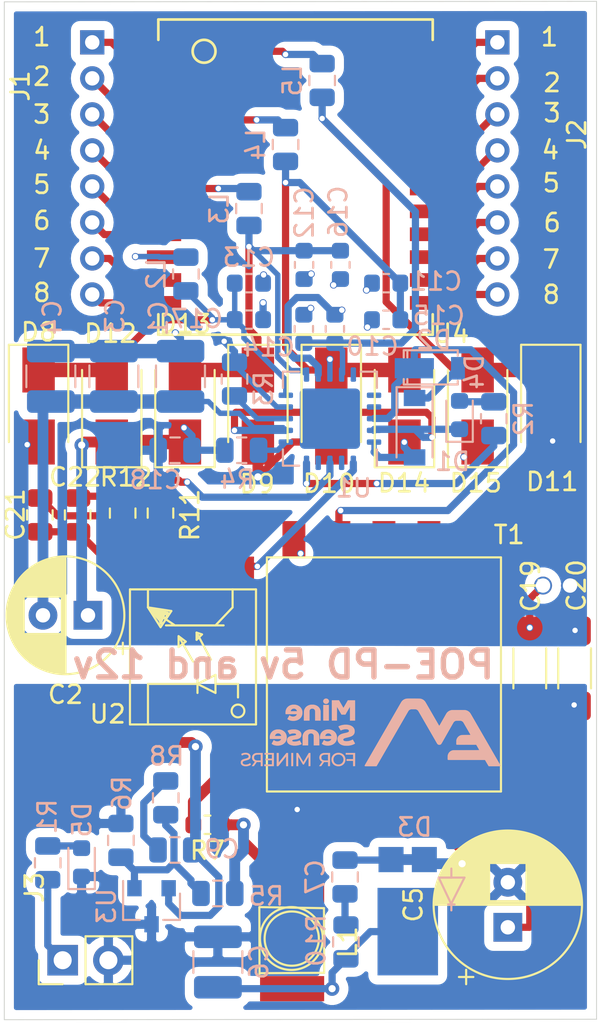
<source format=kicad_pcb>
(kicad_pcb (version 20171130) (host pcbnew "(5.1.4-0-10_14)")
  (layers (0 F.Cu power) (1 In1.Cu power) (2 In2.Cu power) (31 B.Cu power) (34 B.Paste user) (35 F.Paste user) (36 B.SilkS user) (37 F.SilkS user) (38 B.Mask user) (39 F.Mask user) (44 Edge.Cuts user))
  (net 0 "")
  (net 1 FB)
  (net 2 HSO)
  (net 3 OUTPUT)
  (net 4 GNDPWR)
  (net 5 "Net-(C6-Pad1)")
  (net 6 "Net-(C7-Pad1)")
  (net 7 "Net-(C7-Pad2)")
  (net 8 "Net-(C9-Pad1)")
  (net 9 "Net-(C9-Pad2)")
  (net 10 OR)
  (net 11 GREEN)
  (net 12 BLU)
  (net 13 BRO)
  (net 14 GND)
  (net 15 "Net-(C21-Pad2)")
  (net 16 "Net-(C21-Pad1)")
  (net 17 VDD)
  (net 18 "Net-(D1-Pad1)")
  (net 19 "Net-(D4-Pad2)")
  (net 20 "Net-(D5-Pad2)")
  (net 21 "Net-(J1-Pad8)")
  (net 22 "Net-(J1-Pad7)")
  (net 23 "Net-(J1-Pad6)")
  (net 24 "Net-(J1-Pad5)")
  (net 25 "Net-(J1-Pad4)")
  (net 26 "Net-(J1-Pad3)")
  (net 27 "Net-(J1-Pad2)")
  (net 28 "Net-(J1-Pad1)")
  (net 29 "Net-(J2-Pad1)")
  (net 30 "Net-(J2-Pad2)")
  (net 31 "Net-(J2-Pad3)")
  (net 32 "Net-(J2-Pad4)")
  (net 33 "Net-(J2-Pad5)")
  (net 34 "Net-(J2-Pad6)")
  (net 35 "Net-(J2-Pad7)")
  (net 36 "Net-(J2-Pad8)")
  (net 37 "Net-(L2-Pad1)")
  (net 38 "Net-(L3-Pad1)")
  (net 39 "Net-(L4-Pad1)")
  (net 40 "Net-(L5-Pad1)")
  (net 41 NPLOSS)
  (net 42 "Net-(R3-Pad1)")
  (net 43 "Net-(R4-Pad1)")
  (net 44 "Net-(R5-Pad2)")
  (net 45 "Net-(R7-Pad2)")
  (net 46 EROUT)
  (net 47 SWO)
  (net 48 "Net-(T1-Pad3)")
  (net 49 "Net-(T1-Pad4)")
  (net 50 "Net-(T1-Pad5)")
  (net 51 "Net-(T1-Pad6)")
  (net 52 "Net-(U1-Pad2)")
  (net 53 "Net-(U1-Pad4)")
  (net 54 "Net-(U1-Pad15)")
  (net 55 "Net-(U1-Pad16)")
  (net 56 "Net-(U1-Pad17)")
  (net 57 "Net-(U4-Pad15)")
  (net 58 "Net-(U4-Pad18)")
  (net 59 "Net-(U4-Pad21)")
  (net 60 "Net-(U4-Pad24)")
  (module Maykol:MS4M_15x5 (layer B.Cu) (at 178.4604 125.0188 180)
    (fp_text reference G*** hide)
    (fp_text value LOGO hide)
  )
  (module "Custom:B8B-PH-K-S(LF)(SN)" (layer F.Cu) (at 185.6 95.504)
    (fp_text reference J2 (at 4.3158 -3.683 90) (layer F.SilkS))
    (fp_text value Conn_01x08_Male)
    (fp_text user 1 (at 2.7918 -9.0932) (layer F.SilkS))
    (fp_text user 2 (at 2.9442 -6.5532) (layer F.SilkS))
    (fp_text user 3 (at 2.9442 -4.8768) (layer F.SilkS))
    (fp_text user 4 (at 2.8426 -2.8194) (layer F.SilkS))
    (fp_text user 5 (at 2.8934 -0.9906) (layer F.SilkS))
    (fp_text user 6 (at 2.9442 1.2192) (layer F.SilkS))
    (fp_text user 7 (at 2.8934 3.2512) (layer F.SilkS))
    (fp_text user 8 (at 2.8934 5.207) (layer F.SilkS))
    (pad 1 thru_hole rect (at -0.1 -8.8) (size 1.35 1.35) (drill 0.8) (layers *.Cu *.Mask) (net 29 "Net-(J2-Pad1)"))
    (pad 2 thru_hole oval (at -0.1 -6.8) (size 1.35 1.35) (drill 0.8) (layers *.Cu *.Mask) (net 30 "Net-(J2-Pad2)"))
    (pad 3 thru_hole oval (at -0.1 -4.8) (size 1.35 1.35) (drill 0.8) (layers *.Cu *.Mask) (net 31 "Net-(J2-Pad3)"))
    (pad 4 thru_hole oval (at -0.1 -2.8) (size 1.35 1.35) (drill 0.8) (layers *.Cu *.Mask) (net 32 "Net-(J2-Pad4)"))
    (pad 5 thru_hole oval (at -0.1 -0.8) (size 1.35 1.35) (drill 0.8) (layers *.Cu *.Mask) (net 33 "Net-(J2-Pad5)"))
    (pad 6 thru_hole oval (at -0.1 1.2) (size 1.35 1.35) (drill 0.8) (layers *.Cu *.Mask) (net 34 "Net-(J2-Pad6)"))
    (pad 7 thru_hole oval (at -0.1 3.2) (size 1.35 1.35) (drill 0.8) (layers *.Cu *.Mask) (net 35 "Net-(J2-Pad7)"))
    (pad 8 thru_hole oval (at -0.1 5.2) (size 1.35 1.35) (drill 0.8) (layers *.Cu *.Mask) (net 36 "Net-(J2-Pad8)"))
  )
  (module "Custom:B8B-PH-K-S(LF)(SN)" (layer F.Cu) (at 163.2 95.504)
    (fp_text reference J1 (at -4.196 -6.3754 90) (layer F.SilkS))
    (fp_text value Conn_01x08_Male)
    (fp_text user 1 (at -3 -9.1) (layer F.SilkS))
    (fp_text user 2 (at -3 -6.9) (layer F.SilkS))
    (fp_text user 3 (at -3 -4.8) (layer F.SilkS))
    (fp_text user 4 (at -3 -2.8) (layer F.SilkS))
    (fp_text user 5 (at -3 -0.9) (layer F.SilkS))
    (fp_text user 6 (at -3 1.1) (layer F.SilkS))
    (fp_text user 7 (at -3 3.2) (layer F.SilkS))
    (fp_text user 8 (at -3 5.1) (layer F.SilkS))
    (pad 1 thru_hole rect (at -0.2 -8.8) (size 1.35 1.35) (drill 0.8) (layers *.Cu *.Mask) (net 28 "Net-(J1-Pad1)"))
    (pad 2 thru_hole oval (at -0.2 -6.8) (size 1.35 1.35) (drill 0.8) (layers *.Cu *.Mask) (net 27 "Net-(J1-Pad2)"))
    (pad 3 thru_hole oval (at -0.2 -4.8) (size 1.35 1.35) (drill 0.8) (layers *.Cu *.Mask) (net 26 "Net-(J1-Pad3)"))
    (pad 4 thru_hole oval (at -0.2 -2.8) (size 1.35 1.35) (drill 0.8) (layers *.Cu *.Mask) (net 25 "Net-(J1-Pad4)"))
    (pad 5 thru_hole oval (at -0.2 -0.8) (size 1.35 1.35) (drill 0.8) (layers *.Cu *.Mask) (net 24 "Net-(J1-Pad5)"))
    (pad 6 thru_hole oval (at -0.2 1.2) (size 1.35 1.35) (drill 0.8) (layers *.Cu *.Mask) (net 23 "Net-(J1-Pad6)"))
    (pad 7 thru_hole oval (at -0.2 3.2) (size 1.35 1.35) (drill 0.8) (layers *.Cu *.Mask) (net 22 "Net-(J1-Pad7)"))
    (pad 8 thru_hole oval (at -0.2 5.2) (size 1.35 1.35) (drill 0.8) (layers *.Cu *.Mask) (net 21 "Net-(J1-Pad8)"))
  )
  (module Custom:VO618A-3X017T (layer F.Cu) (at 171.0944 125.5776 90)
    (fp_text reference U2 (at 1.5748 -7.239 180) (layer F.SilkS))
    (fp_text value SFH617A-2X009T)
    (pad 1 smd rect (at 0 0 90) (size 1.52 1.78) (layers F.Cu F.Paste F.Mask) (net 45 "Net-(R7-Pad2)"))
    (pad 2 smd rect (at 0 -5.08 90) (size 1.52 1.78) (layers F.Cu F.Paste F.Mask) (net 8 "Net-(C9-Pad1)"))
    (pad 3 smd rect (at 9.56 -5.08 90) (size 1.52 1.78) (layers F.Cu F.Paste F.Mask) (net 15 "Net-(C21-Pad2)"))
    (pad 4 smd rect (at 9.56 0 90) (size 1.52 1.78) (layers F.Cu F.Paste F.Mask) (net 46 EROUT))
  )
  (module Custom:FA2924-ALD (layer F.Cu) (at 174.2 114.3 270)
    (fp_text reference T1 (at -0.254 -11.9566) (layer F.SilkS))
    (fp_text value FA2924-AL)
    (pad 1 smd rect (at 0 0 270) (size 2.03 1.27) (layers F.Cu F.Paste F.Mask) (net 1 FB))
    (pad 2 smd rect (at 0 -2.5 270) (size 2.03 1.27) (layers F.Cu F.Paste F.Mask) (net 47 SWO))
    (pad 3 smd rect (at 0 -5 270) (size 2.03 1.27) (layers F.Cu F.Paste F.Mask) (net 48 "Net-(T1-Pad3)"))
    (pad 4 smd rect (at 0 -7.5 270) (size 2.03 1.27) (layers F.Cu F.Paste F.Mask) (net 49 "Net-(T1-Pad4)"))
    (pad 5 smd rect (at 0 -10 270) (size 2.03 1.27) (layers F.Cu F.Paste F.Mask) (net 50 "Net-(T1-Pad5)"))
    (pad 10 smd rect (at 15 0 270) (size 2.03 1.27) (layers F.Cu F.Paste F.Mask) (net 4 GNDPWR))
    (pad 9 smd rect (at 15 -2.5 270) (size 2.03 1.27) (layers F.Cu F.Paste F.Mask) (net 4 GNDPWR))
    (pad 8 smd rect (at 15 -5 90) (size 2.03 1.27) (layers F.Cu F.Paste F.Mask) (net 6 "Net-(C7-Pad1)"))
    (pad 7 smd rect (at 15 -7.5 270) (size 2.03 1.27) (layers F.Cu F.Paste F.Mask) (net 6 "Net-(C7-Pad1)"))
    (pad 6 smd rect (at 15 -10 270) (size 2.03 1.27) (layers F.Cu F.Paste F.Mask) (net 51 "Net-(T1-Pad6)"))
  )
  (module "Custom:B02B-XASK-1(LF)(SN)" (layer F.Cu) (at 162.3568 137.668 90)
    (fp_text reference J3 (at 4.0386 -2.5654 90) (layer F.SilkS))
    (fp_text value Conn_01x02_Male)
    (pad 1 thru_hole rect (at 0 -1 90) (size 1.7 1.7) (drill 1) (layers *.Cu *.Mask) (net 3 OUTPUT))
    (pad 2 thru_hole oval (at 0 1.54 90) (size 1.7 1.7) (drill 1) (layers *.Cu *.Mask) (net 4 GNDPWR))
  )
  (module Custom:POWERDI-5 (layer B.Cu) (at 180.594 132.08)
    (fp_text reference D3 (at 0.31 -1.8 180) (layer B.SilkS) (effects (justify mirror)))
    (fp_text value PDS1040)
    (pad 2 smd rect (at -0.07 4) (size 3.36 4.86) (layers B.Cu B.Paste B.Mask) (net 5 "Net-(C6-Pad1)"))
    (pad 1 smd rect (at -1 0) (size 1.39 1.4) (layers B.Cu B.Paste B.Mask) (net 6 "Net-(C7-Pad1)"))
    (pad 1 smd rect (at 0.85 0) (size 1.39 1.4) (layers B.Cu B.Paste B.Mask) (net 6 "Net-(C7-Pad1)"))
  )
  (module Custom:DO1608C-102MLC (layer F.Cu) (at 174.1 139.248 90)
    (fp_text reference L1 (at 2.58 3.09 270) (layer F.SilkS))
    (fp_text value 1uH)
    (pad 1 smd rect (at 0 0 90) (size 1.4 3.56) (layers F.Cu F.Paste F.Mask) (net 5 "Net-(C6-Pad1)"))
    (pad 2 smd rect (at 5.46 0 90) (size 1.4 3.56) (layers F.Cu F.Paste F.Mask) (net 3 OUTPUT))
  )
  (module Capacitor_SMD:C_1210_3225Metric (layer B.Cu) (at 167.9 105.248 270)
    (fp_text reference C1 (at -3.2162 1.2252 270) (layer B.SilkS) (effects (justify mirror)))
    (fp_text value 1uF)
    (pad 1 smd roundrect (at -1.4 0 270) (size 1.25 2.65) (layers B.Cu B.Paste B.Mask) (roundrect_rratio 0.2) (net 1 FB))
    (pad 2 smd roundrect (at 1.4 0 270) (size 1.25 2.65) (layers B.Cu B.Paste B.Mask) (roundrect_rratio 0.2) (net 2 HSO))
  )
  (module Capacitor_THT:CP_Radial_D6.3mm_P2.50mm (layer F.Cu) (at 162.7632 118.5164 180)
    (fp_text reference C2 (at 1.25 -4.4) (layer F.SilkS))
    (fp_text value 12uF)
    (pad 1 thru_hole rect (at 0 0 180) (size 1.6 1.6) (drill 0.8) (layers *.Cu *.Mask) (net 1 FB))
    (pad 2 thru_hole circle (at 2.5 0 180) (size 1.6 1.6) (drill 0.8) (layers *.Cu *.Mask) (net 2 HSO))
  )
  (module Capacitor_SMD:C_1210_3225Metric (layer B.Cu) (at 164.2 105.248 270)
    (fp_text reference C3 (at -3.3432 -0.0618 270) (layer B.SilkS) (effects (justify mirror)))
    (fp_text value 1uF)
    (pad 2 smd roundrect (at 1.4 0 270) (size 1.25 2.65) (layers B.Cu B.Paste B.Mask) (roundrect_rratio 0.2) (net 2 HSO))
    (pad 1 smd roundrect (at -1.4 0 270) (size 1.25 2.65) (layers B.Cu B.Paste B.Mask) (roundrect_rratio 0.2) (net 1 FB))
  )
  (module Capacitor_SMD:C_1210_3225Metric (layer B.Cu) (at 160.7 105.248 270)
    (fp_text reference C4 (at -3.267 -0.082 270) (layer B.SilkS) (effects (justify mirror)))
    (fp_text value 1uF)
    (pad 1 smd roundrect (at -1.4 0 270) (size 1.25 2.65) (layers B.Cu B.Paste B.Mask) (roundrect_rratio 0.2) (net 1 FB))
    (pad 2 smd roundrect (at 1.4 0 270) (size 1.25 2.65) (layers B.Cu B.Paste B.Mask) (roundrect_rratio 0.2) (net 2 HSO))
  )
  (module Capacitor_THT:CP_Radial_D8.0mm_P2.50mm (layer F.Cu) (at 186.0804 135.8392 90)
    (fp_text reference C5 (at 1.25 -5.25 90) (layer F.SilkS))
    (fp_text value 1000uF)
    (pad 1 thru_hole rect (at 0 0 90) (size 1.6 1.6) (drill 0.8) (layers *.Cu *.Mask) (net 3 OUTPUT))
    (pad 2 thru_hole circle (at 2.5 0 90) (size 1.6 1.6) (drill 0.8) (layers *.Cu *.Mask) (net 4 GNDPWR))
  )
  (module Capacitor_SMD:C_1210_3225Metric (layer B.Cu) (at 169.9768 137.7696 90)
    (fp_text reference C6 (at 0 2.28 270) (layer B.SilkS) (effects (justify mirror)))
    (fp_text value 100uF)
    (pad 2 smd roundrect (at 1.4 0 90) (size 1.25 2.65) (layers B.Cu B.Paste B.Mask) (roundrect_rratio 0.2) (net 4 GNDPWR))
    (pad 1 smd roundrect (at -1.4 0 90) (size 1.25 2.65) (layers B.Cu B.Paste B.Mask) (roundrect_rratio 0.2) (net 5 "Net-(C6-Pad1)"))
  )
  (module Capacitor_SMD:C_0805_2012Metric (layer B.Cu) (at 177.038 133.0452 270)
    (fp_text reference C7 (at 0 1.65 270) (layer B.SilkS) (effects (justify mirror)))
    (fp_text value 470pF)
    (pad 1 smd roundrect (at -0.9375 0 270) (size 0.975 1.4) (layers B.Cu B.Paste B.Mask) (net 6 "Net-(C7-Pad1)"))
    (pad 2 smd roundrect (at 0.9375 0 270) (size 0.975 1.4) (layers B.Cu B.Paste B.Mask) (net 7 "Net-(C7-Pad2)"))
  )
  (module Capacitor_SMD:C_0805_2012Metric (layer B.Cu) (at 167.5892 131.5466 180)
    (fp_text reference C9 (at -2.6162 0.0508) (layer B.SilkS) (effects (justify mirror)))
    (fp_text value 3.3nF)
    (pad 1 smd roundrect (at -0.9375 0 180) (size 0.975 1.4) (layers B.Cu B.Paste B.Mask) (net 8 "Net-(C9-Pad1)"))
    (pad 2 smd roundrect (at 0.9375 0 180) (size 0.975 1.4) (layers B.Cu B.Paste B.Mask) (net 9 "Net-(C9-Pad2)"))
  )
  (module Capacitor_SMD:C_0603_1608Metric (layer B.Cu) (at 176.476 102.616 270)
    (fp_text reference C10 (at 0.9652 -2.086 180) (layer B.SilkS) (effects (justify mirror)))
    (fp_text value 1nF)
    (pad 1 smd roundrect (at -0.7875 0 270) (size 0.875 0.95) (layers B.Cu B.Paste B.Mask) (net 1 FB))
    (pad 2 smd roundrect (at 0.7875 0 270) (size 0.875 0.95) (layers B.Cu B.Paste B.Mask) (net 10 OR))
  )
  (module Capacitor_SMD:C_0603_1608Metric (layer B.Cu) (at 179.324 100.076)
    (fp_text reference C11 (at 2.7686 -0.1016) (layer B.SilkS) (effects (justify mirror)))
    (fp_text value 1nF)
    (pad 2 smd roundrect (at 0.7875 0) (size 0.875 0.95) (layers B.Cu B.Paste B.Mask) (net 11 GREEN))
    (pad 1 smd roundrect (at -0.7875 0) (size 0.875 0.95) (layers B.Cu B.Paste B.Mask) (net 1 FB))
  )
  (module Capacitor_SMD:C_0603_1608Metric (layer B.Cu) (at 174.764 99.06 90)
    (fp_text reference C12 (at 2.8956 0.0134 90) (layer B.SilkS) (effects (justify mirror)))
    (fp_text value 1nF)
    (pad 2 smd roundrect (at 0.7875 0 90) (size 0.875 0.95) (layers B.Cu B.Paste B.Mask) (net 12 BLU))
    (pad 1 smd roundrect (at -0.7875 0 90) (size 0.875 0.95) (layers B.Cu B.Paste B.Mask) (net 1 FB))
  )
  (module Capacitor_SMD:C_0603_1608Metric (layer B.Cu) (at 171.7 100.076 180)
    (fp_text reference C13 (at 0 1.43) (layer B.SilkS) (effects (justify mirror)))
    (fp_text value 1nF)
    (pad 1 smd roundrect (at -0.7875 0 180) (size 0.875 0.95) (layers B.Cu B.Paste B.Mask) (net 1 FB))
    (pad 2 smd roundrect (at 0.7875 0 180) (size 0.875 0.95) (layers B.Cu B.Paste B.Mask) (net 13 BRO))
  )
  (module Capacitor_SMD:C_0603_1608Metric (layer B.Cu) (at 174.752 102.616 90)
    (fp_text reference C14 (at -1.016 -1.9558 180) (layer B.SilkS) (effects (justify mirror)))
    (fp_text value 1nF)
    (pad 1 smd roundrect (at -0.7875 0 90) (size 0.875 0.95) (layers B.Cu B.Paste B.Mask) (net 10 OR))
    (pad 2 smd roundrect (at 0.7875 0 90) (size 0.875 0.95) (layers B.Cu B.Paste B.Mask) (net 14 GND))
  )
  (module Capacitor_SMD:C_0603_1608Metric (layer B.Cu) (at 179.324 102.108 180)
    (fp_text reference C15 (at -2.921 0.2286) (layer B.SilkS) (effects (justify mirror)))
    (fp_text value 1nF)
    (pad 2 smd roundrect (at 0.7875 0 180) (size 0.875 0.95) (layers B.Cu B.Paste B.Mask) (net 14 GND))
    (pad 1 smd roundrect (at -0.7875 0 180) (size 0.875 0.95) (layers B.Cu B.Paste B.Mask) (net 11 GREEN))
  )
  (module Capacitor_SMD:C_0603_1608Metric (layer B.Cu) (at 176.784 99.06 270)
    (fp_text reference C16 (at -2.9464 0.127 90) (layer B.SilkS) (effects (justify mirror)))
    (fp_text value 1nF)
    (pad 1 smd roundrect (at -0.7875 0 270) (size 0.875 0.95) (layers B.Cu B.Paste B.Mask) (net 12 BLU))
    (pad 2 smd roundrect (at 0.7875 0 270) (size 0.875 0.95) (layers B.Cu B.Paste B.Mask) (net 14 GND))
  )
  (module Capacitor_SMD:C_0603_1608Metric (layer B.Cu) (at 171.7 102.1)
    (fp_text reference C17 (at -2.8916 -0.0428) (layer B.SilkS) (effects (justify mirror)))
    (fp_text value 1nF)
    (pad 2 smd roundrect (at 0.7875 0) (size 0.875 0.95) (layers B.Cu B.Paste B.Mask) (net 14 GND))
    (pad 1 smd roundrect (at -0.7875 0) (size 0.875 0.95) (layers B.Cu B.Paste B.Mask) (net 13 BRO))
  )
  (module Capacitor_SMD:C_0805_2012Metric (layer B.Cu) (at 167.6 109.352 180)
    (fp_text reference C18 (at 1.0776 -1.646) (layer B.SilkS) (effects (justify mirror)))
    (fp_text value 0.1uF)
    (pad 2 smd roundrect (at 0.9375 0 180) (size 0.975 1.4) (layers B.Cu B.Paste B.Mask) (net 14 GND))
    (pad 1 smd roundrect (at -0.9375 0 180) (size 0.975 1.4) (layers B.Cu B.Paste B.Mask) (net 1 FB))
  )
  (module Capacitor_SMD:C_1806_4516Metric_Pad1.57x1.80mm_HandSolder (layer F.Cu) (at 187.2996 121.4628 90)
    (fp_text reference C19 (at 4.572 0.0508 90) (layer F.SilkS))
    (fp_text value 1nF)
    (pad 1 smd roundrect (at -2.0875 0 90) (size 1.575 1.8) (layers F.Cu F.Paste F.Mask) (roundrect_rratio 0.15873) (net 3 OUTPUT))
    (pad 2 smd roundrect (at 2.0875 0 90) (size 1.575 1.8) (layers F.Cu F.Paste F.Mask) (roundrect_rratio 0.15873) (net 1 FB))
  )
  (module Capacitor_SMD:C_1806_4516Metric_Pad1.57x1.80mm_HandSolder (layer F.Cu) (at 189.7888 121.4628 90)
    (fp_text reference C20 (at 4.5974 0.1016 90) (layer F.SilkS))
    (fp_text value 1nF)
    (pad 2 smd roundrect (at 2.0875 0 90) (size 1.575 1.8) (layers F.Cu F.Paste F.Mask) (roundrect_rratio 0.15873) (net 14 GND))
    (pad 1 smd roundrect (at -2.0875 0 90) (size 1.575 1.8) (layers F.Cu F.Paste F.Mask) (roundrect_rratio 0.15873) (net 4 GNDPWR))
  )
  (module Capacitor_SMD:C_0805_2012Metric (layer F.Cu) (at 160.09 112.943 270)
    (fp_text reference C21 (at -0.0146 1.3654 270) (layer F.SilkS))
    (fp_text value 15nF)
    (pad 2 smd roundrect (at 0.9375 0 270) (size 0.975 1.4) (layers F.Cu F.Paste F.Mask) (net 15 "Net-(C21-Pad2)"))
    (pad 1 smd roundrect (at -0.9375 0 270) (size 0.975 1.4) (layers F.Cu F.Paste F.Mask) (net 16 "Net-(C21-Pad1)"))
  )
  (module Capacitor_SMD:C_0805_2012Metric (layer F.Cu) (at 162.19 112.943 90)
    (fp_text reference C22 (at 2.0974 -0.138) (layer F.SilkS))
    (fp_text value 0.1uF)
    (pad 1 smd roundrect (at -0.9375 0 90) (size 0.975 1.4) (layers F.Cu F.Paste F.Mask) (net 15 "Net-(C21-Pad2)"))
    (pad 2 smd roundrect (at 0.9375 0 90) (size 0.975 1.4) (layers F.Cu F.Paste F.Mask) (net 17 VDD))
  )
  (module Diode_SMD:D_SOD-123 (layer B.Cu) (at 180.9 108.1 270)
    (fp_text reference D1 (at 1.882 -2.107) (layer B.SilkS) (effects (justify mirror)))
    (fp_text value DIODE)
    (pad 1 smd rect (at -1.65 0 270) (size 0.9 1.2) (layers B.Cu B.Paste B.Mask) (net 18 "Net-(D1-Pad1)"))
    (pad 2 smd rect (at 1.65 0 270) (size 0.9 1.2) (layers B.Cu B.Paste B.Mask) (net 1 FB))
  )
  (module Diode_SMD:D_0603_1608Metric (layer B.Cu) (at 183.4 107.4 90)
    (fp_text reference D4 (at 2.3964 0.8262 270) (layer B.SilkS) (effects (justify mirror)))
    (fp_text value LED)
    (pad 1 smd roundrect (at -0.7875 0 90) (size 0.875 0.95) (layers B.Cu B.Paste B.Mask) (net 2 HSO))
    (pad 2 smd roundrect (at 0.7875 0 90) (size 0.875 0.95) (layers B.Cu B.Paste B.Mask) (net 19 "Net-(D4-Pad2)"))
  )
  (module Diode_SMD:D_0603_1608Metric (layer B.Cu) (at 162.4076 132.2324 90)
    (fp_text reference D5 (at 2.3622 0.0254 270) (layer B.SilkS) (effects (justify mirror)))
    (fp_text value LED)
    (pad 2 smd roundrect (at 0.7875 0 90) (size 0.875 0.95) (layers B.Cu B.Paste B.Mask) (net 20 "Net-(D5-Pad2)"))
    (pad 1 smd roundrect (at -0.7875 0 90) (size 0.875 0.95) (layers B.Cu B.Paste B.Mask) (net 4 GNDPWR))
  )
  (module Diode_SMD:D_SMA (layer F.Cu) (at 160.02 106.896 270)
    (fp_text reference D8 (at -4.1022 0 180) (layer F.SilkS))
    (fp_text value D_Schottky)
    (pad 1 smd rect (at -2 0 270) (size 2.5 1.8) (layers F.Cu F.Paste F.Mask) (net 13 BRO))
    (pad 2 smd rect (at 2 0 270) (size 2.5 1.8) (layers F.Cu F.Paste F.Mask) (net 14 GND))
  )
  (module Diode_SMD:D_SMA (layer F.Cu) (at 172.2 106.9 270)
    (fp_text reference D9 (at 4.3266 0.0388 180) (layer F.SilkS))
    (fp_text value D_Schottky)
    (pad 2 smd rect (at 2 0 270) (size 2.5 1.8) (layers F.Cu F.Paste F.Mask) (net 14 GND))
    (pad 1 smd rect (at -2 0 270) (size 2.5 1.8) (layers F.Cu F.Paste F.Mask) (net 12 BLU))
  )
  (module Diode_SMD:D_SMA (layer F.Cu) (at 176.276 106.896 270)
    (fp_text reference D10 (at 4.3052 0.127 180) (layer F.SilkS))
    (fp_text value D_Schottky)
    (pad 1 smd rect (at -2 0 270) (size 2.5 1.8) (layers F.Cu F.Paste F.Mask) (net 11 GREEN))
    (pad 2 smd rect (at 2 0 270) (size 2.5 1.8) (layers F.Cu F.Paste F.Mask) (net 14 GND))
  )
  (module Diode_SMD:D_SMA (layer F.Cu) (at 188.468 106.896 270)
    (fp_text reference D11 (at 4.2036 -0.0762 180) (layer F.SilkS))
    (fp_text value D_Schottky)
    (pad 2 smd rect (at 2 0 270) (size 2.5 1.8) (layers F.Cu F.Paste F.Mask) (net 14 GND))
    (pad 1 smd rect (at -2 0 270) (size 2.5 1.8) (layers F.Cu F.Paste F.Mask) (net 10 OR))
  )
  (module Diode_SMD:D_SMA (layer F.Cu) (at 164.084 106.896 90)
    (fp_text reference D12 (at 4.026 -0.0762 180) (layer F.SilkS))
    (fp_text value D_Schottky)
    (pad 1 smd rect (at -2 0 90) (size 2.5 1.8) (layers F.Cu F.Paste F.Mask) (net 1 FB))
    (pad 2 smd rect (at 2 0 90) (size 2.5 1.8) (layers F.Cu F.Paste F.Mask) (net 13 BRO))
  )
  (module Diode_SMD:D_SMA (layer F.Cu) (at 168.148 106.896 90)
    (fp_text reference D13 (at 4.5594 0 180) (layer F.SilkS))
    (fp_text value D_Schottky)
    (pad 2 smd rect (at 2 0 90) (size 2.5 1.8) (layers F.Cu F.Paste F.Mask) (net 12 BLU))
    (pad 1 smd rect (at -2 0 90) (size 2.5 1.8) (layers F.Cu F.Paste F.Mask) (net 1 FB))
  )
  (module Diode_SMD:D_SMA (layer F.Cu) (at 180.34 106.896 90)
    (fp_text reference D14 (at -4.2798 -0.0254 180) (layer F.SilkS))
    (fp_text value D_Schottky)
    (pad 2 smd rect (at 2 0 90) (size 2.5 1.8) (layers F.Cu F.Paste F.Mask) (net 11 GREEN))
    (pad 1 smd rect (at -2 0 90) (size 2.5 1.8) (layers F.Cu F.Paste F.Mask) (net 1 FB))
  )
  (module Diode_SMD:D_SMA (layer F.Cu) (at 184.404 106.896 90)
    (fp_text reference D15 (at -4.2798 -0.1016 180) (layer F.SilkS))
    (fp_text value D_Schottky)
    (pad 1 smd rect (at -2 0 90) (size 2.5 1.8) (layers F.Cu F.Paste F.Mask) (net 1 FB))
    (pad 2 smd rect (at 2 0 90) (size 2.5 1.8) (layers F.Cu F.Paste F.Mask) (net 10 OR))
  )
  (module Inductor_SMD:L_0805_2012Metric (layer B.Cu) (at 168.2 99.568 270)
    (fp_text reference L2 (at 0 1.65 270) (layer B.SilkS) (effects (justify mirror)))
    (fp_text value 330)
    (pad 1 smd roundrect (at -0.9375 0 270) (size 0.975 1.4) (layers B.Cu B.Paste B.Mask) (net 37 "Net-(L2-Pad1)"))
    (pad 2 smd roundrect (at 0.9375 0 270) (size 0.975 1.4) (layers B.Cu B.Paste B.Mask) (net 13 BRO))
  )
  (module Inductor_SMD:L_0805_2012Metric (layer B.Cu) (at 171.704 95.9335 270)
    (fp_text reference L3 (at 0 1.65 270) (layer B.SilkS) (effects (justify mirror)))
    (fp_text value 330)
    (pad 2 smd roundrect (at 0.9375 0 270) (size 0.975 1.4) (layers B.Cu B.Paste B.Mask) (net 12 BLU))
    (pad 1 smd roundrect (at -0.9375 0 270) (size 0.975 1.4) (layers B.Cu B.Paste B.Mask) (net 38 "Net-(L3-Pad1)"))
  )
  (module Inductor_SMD:L_0805_2012Metric (layer B.Cu) (at 173.736 92.3775 270)
    (fp_text reference L4 (at 0 1.65 270) (layer B.SilkS) (effects (justify mirror)))
    (fp_text value 330)
    (pad 1 smd roundrect (at -0.9375 0 270) (size 0.975 1.4) (layers B.Cu B.Paste B.Mask) (net 39 "Net-(L4-Pad1)"))
    (pad 2 smd roundrect (at 0.9375 0 270) (size 0.975 1.4) (layers B.Cu B.Paste B.Mask) (net 11 GREEN))
  )
  (module Inductor_SMD:L_0805_2012Metric (layer B.Cu) (at 175.768 88.8215 270)
    (fp_text reference L5 (at 0 1.65 270) (layer B.SilkS) (effects (justify mirror)))
    (fp_text value 330)
    (pad 2 smd roundrect (at 0.9375 0 270) (size 0.975 1.4) (layers B.Cu B.Paste B.Mask) (net 10 OR))
    (pad 1 smd roundrect (at -0.9375 0 270) (size 0.975 1.4) (layers B.Cu B.Paste B.Mask) (net 40 "Net-(L5-Pad1)"))
  )
  (module Resistor_SMD:R_0805_2012Metric (layer B.Cu) (at 160.528 132.2601 90)
    (fp_text reference R1 (at 2.5677 -0.0254 -90) (layer B.SilkS) (effects (justify mirror)))
    (fp_text value 330)
    (pad 2 smd roundrect (at 0.9375 0 90) (size 0.975 1.4) (layers B.Cu B.Paste B.Mask) (net 20 "Net-(D5-Pad2)"))
    (pad 1 smd roundrect (at -0.9375 0 90) (size 0.975 1.4) (layers B.Cu B.Paste B.Mask) (net 3 OUTPUT))
  )
  (module Resistor_SMD:R_0805_2012Metric (layer B.Cu) (at 185.3 107.6 90)
    (fp_text reference R2 (at 0 1.65 90) (layer B.SilkS) (effects (justify mirror)))
    (fp_text value 49.9k)
    (pad 1 smd roundrect (at -0.9375 0 90) (size 0.975 1.4) (layers B.Cu B.Paste B.Mask) (net 41 NPLOSS))
    (pad 2 smd roundrect (at 0.9375 0 90) (size 0.975 1.4) (layers B.Cu B.Paste B.Mask) (net 19 "Net-(D4-Pad2)"))
  )
  (module Resistor_SMD:R_0805_2012Metric (layer B.Cu) (at 170.9 105.4 90)
    (fp_text reference R3 (at -0.5434 1.6168 90) (layer B.SilkS) (effects (justify mirror)))
    (fp_text value 48.7)
    (pad 1 smd roundrect (at -0.9375 0 90) (size 0.975 1.4) (layers B.Cu B.Paste B.Mask) (net 42 "Net-(R3-Pad1)"))
    (pad 2 smd roundrect (at 0.9375 0 90) (size 0.975 1.4) (layers B.Cu B.Paste B.Mask) (net 14 GND))
  )
  (module Resistor_SMD:R_0805_2012Metric (layer B.Cu) (at 171.3 109.352 180)
    (fp_text reference R4 (at 0.2564 -1.6206) (layer B.SilkS) (effects (justify mirror)))
    (fp_text value 24.3k)
    (pad 2 smd roundrect (at 0.9375 0 180) (size 0.975 1.4) (layers B.Cu B.Paste B.Mask) (net 1 FB))
    (pad 1 smd roundrect (at -0.9375 0 180) (size 0.975 1.4) (layers B.Cu B.Paste B.Mask) (net 43 "Net-(R4-Pad1)"))
  )
  (module Resistor_SMD:R_0805_2012Metric (layer B.Cu) (at 169.9768 133.9596 180)
    (fp_text reference R5 (at -2.6924 -0.1524 180) (layer B.SilkS) (effects (justify mirror)))
    (fp_text value 36.5k)
    (pad 1 smd roundrect (at -0.9375 0 180) (size 0.975 1.4) (layers B.Cu B.Paste B.Mask) (net 3 OUTPUT))
    (pad 2 smd roundrect (at 0.9375 0 180) (size 0.975 1.4) (layers B.Cu B.Paste B.Mask) (net 44 "Net-(R5-Pad2)"))
  )
  (module Resistor_SMD:R_0805_2012Metric (layer B.Cu) (at 164.592 131.0132 90)
    (fp_text reference R6 (at 2.6162 0.0508 270) (layer B.SilkS) (effects (justify mirror)))
    (fp_text value 12.1k)
    (pad 2 smd roundrect (at 0.9375 0 90) (size 0.975 1.4) (layers B.Cu B.Paste B.Mask) (net 4 GNDPWR))
    (pad 1 smd roundrect (at -0.9375 0 90) (size 0.975 1.4) (layers B.Cu B.Paste B.Mask) (net 44 "Net-(R5-Pad2)"))
  )
  (module Resistor_SMD:R_0603_1608Metric (layer F.Cu) (at 169.4 130.148 180)
    (fp_text reference R7 (at 0 -1.43 180) (layer F.SilkS))
    (fp_text value 2.05k)
    (pad 1 smd roundrect (at -0.7875 0 180) (size 0.875 0.95) (layers F.Cu F.Paste F.Mask) (net 3 OUTPUT))
    (pad 2 smd roundrect (at 0.7875 0 180) (size 0.875 0.95) (layers F.Cu F.Paste F.Mask) (net 45 "Net-(R7-Pad2)"))
  )
  (module Resistor_SMD:R_0805_2012Metric (layer B.Cu) (at 167.0812 128.651 90)
    (fp_text reference R8 (at 2.3114 0.0508) (layer B.SilkS) (effects (justify mirror)))
    (fp_text value 0)
    (pad 1 smd roundrect (at -0.9375 0 90) (size 0.975 1.4) (layers B.Cu B.Paste B.Mask) (net 44 "Net-(R5-Pad2)"))
    (pad 2 smd roundrect (at 0.9375 0 90) (size 0.975 1.4) (layers B.Cu B.Paste B.Mask) (net 9 "Net-(C9-Pad2)"))
  )
  (module Resistor_SMD:R_0805_2012Metric (layer B.Cu) (at 177.0888 136.652 90)
    (fp_text reference R10 (at 0.0762 -1.651 270) (layer B.SilkS) (effects (justify mirror)))
    (fp_text value 10)
    (pad 2 smd roundrect (at 0.9375 0 90) (size 0.975 1.4) (layers B.Cu B.Paste B.Mask) (net 7 "Net-(C7-Pad2)"))
    (pad 1 smd roundrect (at -0.9375 0 90) (size 0.975 1.4) (layers B.Cu B.Paste B.Mask) (net 5 "Net-(C6-Pad1)"))
  )
  (module Resistor_SMD:R_0805_2012Metric (layer F.Cu) (at 164.69 112.843 270)
    (fp_text reference R11 (at 0.1108 -3.7374 90) (layer F.SilkS))
    (fp_text value 4.99k)
    (pad 2 smd roundrect (at 0.9375 0 270) (size 0.975 1.4) (layers F.Cu F.Paste F.Mask) (net 46 EROUT))
    (pad 1 smd roundrect (at -0.9375 0 270) (size 0.975 1.4) (layers F.Cu F.Paste F.Mask) (net 17 VDD))
  )
  (module Resistor_SMD:R_0805_2012Metric (layer F.Cu) (at 166.79 112.843 90)
    (fp_text reference R12 (at 1.9974 -1.9186 180) (layer F.SilkS))
    (fp_text value 0)
    (pad 1 smd roundrect (at -0.9375 0 90) (size 0.975 1.4) (layers F.Cu F.Paste F.Mask) (net 46 EROUT))
    (pad 2 smd roundrect (at 0.9375 0 90) (size 0.975 1.4) (layers F.Cu F.Paste F.Mask) (net 16 "Net-(C21-Pad1)"))
  )
  (module Package_DFN_QFN:QFN-20-1EP_5x5mm_P0.65mm_EP3.35x3.35mm (layer B.Cu) (at 176.2 107.6 90)
    (fp_text reference U1 (at -3.8552 1.3206) (layer B.SilkS) (effects (justify mirror)))
    (fp_text value Si3402B)
    (pad 21 smd roundrect (at 0 0 90) (size 3.35 3.35) (layers B.Cu B.Mask) (roundrect_rratio 0.074627))
    (pad 1 smd roundrect (at -2.45 1.3 90) (size 0.8 0.3) (layers B.Cu B.Paste B.Mask) (net 46 EROUT))
    (pad 2 smd roundrect (at -2.45 0.65 90) (size 0.8 0.3) (layers B.Cu B.Paste B.Mask) (net 52 "Net-(U1-Pad2)"))
    (pad 3 smd roundrect (at -2.45 0 90) (size 0.8 0.3) (layers B.Cu B.Paste B.Mask) (net 17 VDD))
    (pad 4 smd roundrect (at -2.45 -0.65 90) (size 0.8 0.3) (layers B.Cu B.Paste B.Mask) (net 53 "Net-(U1-Pad4)"))
    (pad 5 smd roundrect (at -2.45 -1.3 90) (size 0.8 0.3) (layers B.Cu B.Paste B.Mask) (net 41 NPLOSS))
    (pad 6 smd roundrect (at -1.3 -2.45 90) (size 0.3 0.8) (layers B.Cu B.Paste B.Mask) (net 43 "Net-(R4-Pad1)"))
    (pad 7 smd roundrect (at -0.65 -2.45 90) (size 0.3 0.8) (layers B.Cu B.Paste B.Mask) (net 2 HSO))
    (pad 8 smd roundrect (at 0 -2.45 90) (size 0.3 0.8) (layers B.Cu B.Paste B.Mask) (net 42 "Net-(R3-Pad1)"))
    (pad 9 smd roundrect (at 0.65 -2.45 90) (size 0.3 0.8) (layers B.Cu B.Paste B.Mask) (net 14 GND))
    (pad 10 smd roundrect (at 1.3 -2.45 90) (size 0.3 0.8) (layers B.Cu B.Paste B.Mask) (net 13 BRO))
    (pad 11 smd roundrect (at 2.45 -1.3 90) (size 0.8 0.3) (layers B.Cu B.Paste B.Mask) (net 12 BLU))
    (pad 12 smd roundrect (at 2.45 -0.65 90) (size 0.8 0.3) (layers B.Cu B.Paste B.Mask) (net 1 FB))
    (pad 13 smd roundrect (at 2.45 0 90) (size 0.8 0.3) (layers B.Cu B.Paste B.Mask) (net 11 GREEN))
    (pad 14 smd roundrect (at 2.45 0.65 90) (size 0.8 0.3) (layers B.Cu B.Paste B.Mask) (net 10 OR))
    (pad 15 smd roundrect (at 2.45 1.3 90) (size 0.8 0.3) (layers B.Cu B.Paste B.Mask) (net 54 "Net-(U1-Pad15)"))
    (pad 16 smd roundrect (at 1.3 2.45 90) (size 0.3 0.8) (layers B.Cu B.Paste B.Mask) (net 55 "Net-(U1-Pad16)"))
    (pad 17 smd roundrect (at 0.65 2.45 90) (size 0.3 0.8) (layers B.Cu B.Paste B.Mask) (net 56 "Net-(U1-Pad17)"))
    (pad 18 smd roundrect (at 0 2.45 90) (size 0.3 0.8) (layers B.Cu B.Paste B.Mask) (net 47 SWO))
    (pad 19 smd roundrect (at -0.65 2.45 90) (size 0.3 0.8) (layers B.Cu B.Paste B.Mask) (net 2 HSO))
    (pad 20 smd roundrect (at -1.3 2.45 90) (size 0.3 0.8) (layers B.Cu B.Paste B.Mask) (net 1 FB))
  )
  (module Package_TO_SOT_SMD:SOT-23 (layer B.Cu) (at 166.2938 134.6708 270)
    (fp_text reference U3 (at 0 2.5 90) (layer B.SilkS) (effects (justify mirror)))
    (fp_text value TLV431-DBZ)
    (pad 1 smd rect (at -1 0.95 270) (size 0.9 0.8) (layers B.Cu B.Paste B.Mask) (net 44 "Net-(R5-Pad2)"))
    (pad 2 smd rect (at -1 -0.95 270) (size 0.9 0.8) (layers B.Cu B.Paste B.Mask) (net 8 "Net-(C9-Pad1)"))
    (pad 3 smd rect (at 1 0 270) (size 0.9 0.8) (layers B.Cu B.Paste B.Mask) (net 4 GNDPWR))
  )
  (module Maykol:Pulse_H6062FNLT (layer F.Cu) (at 174.29 94.186 270)
    (fp_text reference U4 (at 8.684 -8.6408 180) (layer F.SilkS))
    (fp_text value H6062FNLT)
    (pad 1 smd rect (at -6.985 7.3025 270) (size 0.76 1.905) (layers F.Cu F.Paste F.Mask) (net 40 "Net-(L5-Pad1)"))
    (pad 2 smd rect (at -5.715 7.3025 270) (size 0.76 1.905) (layers F.Cu F.Paste F.Mask) (net 28 "Net-(J1-Pad1)"))
    (pad 3 smd rect (at -4.445 7.3025 270) (size 0.76 1.905) (layers F.Cu F.Paste F.Mask) (net 27 "Net-(J1-Pad2)"))
    (pad 4 smd rect (at -3.175 7.3025 270) (size 0.76 1.905) (layers F.Cu F.Paste F.Mask) (net 39 "Net-(L4-Pad1)"))
    (pad 5 smd rect (at -1.905 7.3025 270) (size 0.76 1.905) (layers F.Cu F.Paste F.Mask) (net 26 "Net-(J1-Pad3)"))
    (pad 6 smd rect (at -0.635 7.3025 270) (size 0.76 1.905) (layers F.Cu F.Paste F.Mask) (net 25 "Net-(J1-Pad4)"))
    (pad 7 smd rect (at 0.635 7.3025 270) (size 0.76 1.905) (layers F.Cu F.Paste F.Mask) (net 38 "Net-(L3-Pad1)"))
    (pad 8 smd rect (at 1.905 7.3025 270) (size 0.76 1.905) (layers F.Cu F.Paste F.Mask) (net 24 "Net-(J1-Pad5)"))
    (pad 9 smd rect (at 3.175 7.3025 270) (size 0.76 1.905) (layers F.Cu F.Paste F.Mask) (net 23 "Net-(J1-Pad6)"))
    (pad 10 smd rect (at 4.445 7.3025 270) (size 0.76 1.905) (layers F.Cu F.Paste F.Mask) (net 37 "Net-(L2-Pad1)"))
    (pad 11 smd rect (at 5.715 7.3025 270) (size 0.76 1.905) (layers F.Cu F.Paste F.Mask) (net 22 "Net-(J1-Pad7)"))
    (pad 12 smd rect (at 6.985 7.3025 270) (size 0.76 1.905) (layers F.Cu F.Paste F.Mask) (net 21 "Net-(J1-Pad8)"))
    (pad 13 smd rect (at 6.985 -7.3025 270) (size 0.76 1.905) (layers F.Cu F.Paste F.Mask) (net 36 "Net-(J2-Pad8)"))
    (pad 14 smd rect (at 5.715 -7.3025 270) (size 0.76 1.905) (layers F.Cu F.Paste F.Mask) (net 35 "Net-(J2-Pad7)"))
    (pad 15 smd rect (at 4.445 -7.3025 270) (size 0.76 1.905) (layers F.Cu F.Paste F.Mask) (net 57 "Net-(U4-Pad15)"))
    (pad 16 smd rect (at 3.175 -7.3025 270) (size 0.76 1.905) (layers F.Cu F.Paste F.Mask) (net 34 "Net-(J2-Pad6)"))
    (pad 17 smd rect (at 1.905 -7.3025 270) (size 0.76 1.905) (layers F.Cu F.Paste F.Mask) (net 33 "Net-(J2-Pad5)"))
    (pad 18 smd rect (at 0.635 -7.3025 270) (size 0.76 1.905) (layers F.Cu F.Paste F.Mask) (net 58 "Net-(U4-Pad18)"))
    (pad 19 smd rect (at -0.635 -7.3025 270) (size 0.76 1.905) (layers F.Cu F.Paste F.Mask) (net 32 "Net-(J2-Pad4)"))
    (pad 20 smd rect (at -1.905 -7.3025 270) (size 0.76 1.905) (layers F.Cu F.Paste F.Mask) (net 31 "Net-(J2-Pad3)"))
    (pad 21 smd rect (at -3.175 -7.3025 270) (size 0.76 1.905) (layers F.Cu F.Paste F.Mask) (net 59 "Net-(U4-Pad21)"))
    (pad 22 smd rect (at -4.445 -7.3025 270) (size 0.76 1.905) (layers F.Cu F.Paste F.Mask) (net 30 "Net-(J2-Pad2)"))
    (pad 23 smd rect (at -5.715 -7.3025 270) (size 0.76 1.905) (layers F.Cu F.Paste F.Mask) (net 29 "Net-(J2-Pad1)"))
    (pad 24 smd rect (at -6.985 -7.3025 270) (size 0.76 1.905) (layers F.Cu F.Paste F.Mask) (net 60 "Net-(U4-Pad24)"))
  )
  (module Custom:DFLT30A-7 (layer B.Cu) (at 183.7 104.8 180)
    (fp_text reference D2 (at 1.7344 1.5744) (layer B.SilkS) (effects (justify mirror)))
    (fp_text value DFLT30A-7)
    (pad 1 smd rect (at 0.3875 0 180) (size 0.775 1.25) (layers B.Cu B.Paste B.Mask) (net 18 "Net-(D1-Pad1)"))
    (pad 2 smd rect (at 2.8125 0 180) (size 2.175 1.125) (layers B.Cu B.Paste B.Mask) (net 47 SWO))
  )
  (gr_text "POE-PD 5v and 12v" (at 173.609 121.2596) (layer B.SilkS) (effects (font (size 1.5 1.5) (thickness 0.3)) (justify mirror)))
  (gr_line (start 158.115 140.97) (end 158.115 84.455) (layer Edge.Cuts) (width 0.05))
  (gr_line (start 191.008 140.9446) (end 158.115 140.97) (layer Edge.Cuts) (width 0.05))
  (gr_line (start 191.008 84.4296) (end 191.008 140.9446) (layer Edge.Cuts) (width 0.05))
  (gr_line (start 158.115 84.455) (end 191.008 84.4296) (layer Edge.Cuts) (width 0.05))
  (via (at 175.1584 99.568) (size 0.4) (drill 0.3) (layers F.Cu B.Cu) (net 1))
  (via (at 176.403 100.1776) (size 0.4) (drill 0.3) (layers F.Cu B.Cu) (net 14))
  (via (at 178.2826 102.5144) (size 0.4) (drill 0.3) (layers F.Cu B.Cu) (net 14))
  (via (at 175.133 101.473) (size 0.4) (drill 0.3) (layers F.Cu B.Cu) (net 14))
  (via (at 172.5168 99.6188) (size 0.4) (drill 0.3) (layers F.Cu B.Cu) (net 1))
  (via (at 178.2318 100.457) (size 0.4) (drill 0.3) (layers F.Cu B.Cu) (net 1))
  (via (at 176.8602 101.5746) (size 0.4) (drill 0.3) (layers F.Cu B.Cu) (net 1))
  (via (at 174.5742 115.0874) (size 0.4) (drill 0.3) (layers F.Cu B.Cu) (net 1))
  (via (at 159.385 109.0422) (size 0.4) (drill 0.3) (layers F.Cu B.Cu) (net 14))
  (via (at 188.5696 108.839) (size 0.4) (drill 0.3) (layers F.Cu B.Cu) (net 14))
  (via (at 189.7634 123.4948) (size 0.4) (drill 0.3) (layers F.Cu B.Cu) (net 4))
  (via (at 189.8142 119.3546) (size 0.4) (drill 0.3) (layers F.Cu B.Cu) (net 14))
  (via (at 187.2996 119.2022) (size 0.4) (drill 0.3) (layers F.Cu B.Cu) (net 1))
  (via (at 183.642 109.728) (size 0.4) (drill 0.3) (layers F.Cu B.Cu) (net 1))
  (via (at 168.0972 108.1024) (size 0.4) (drill 0.3) (layers F.Cu B.Cu) (net 1))
  (segment (start 167.9 103.848) (end 164.2 103.848) (width 0.8) (layer B.Cu) (net 1))
  (segment (start 164.2 103.848) (end 160.7 103.848) (width 0.8) (layer B.Cu) (net 1))
  (segment (start 168.148 108.896) (end 164.084 108.896) (width 0.8) (layer F.Cu) (net 1))
  (segment (start 174.5355 100.076) (end 174.764 99.8475) (width 0.3) (layer B.Cu) (net 1))
  (segment (start 178.65 108.9) (end 178.65 109.45) (width 0.3) (layer B.Cu) (net 1))
  (segment (start 179.786 109.45) (end 180.3304 108.9056) (width 0.3) (layer F.Cu) (net 1))
  (segment (start 170.3625 109.352) (end 168.5375 109.352) (width 0.4) (layer B.Cu) (net 1))
  (segment (start 178.95 109.75) (end 178.65 109.45) (width 0.4) (layer B.Cu) (net 1))
  (segment (start 180.9 109.75) (end 178.95 109.75) (width 0.4) (layer B.Cu) (net 1))
  (segment (start 162.584 108.896) (end 162.4124 109.0676) (width 0.6) (layer F.Cu) (net 1))
  (segment (start 164.084 108.896) (end 162.584 108.896) (width 0.6) (layer F.Cu) (net 1))
  (via (at 162.4124 109.0676) (size 0.8) (drill 0.4) (layers F.Cu B.Cu) (net 1))
  (segment (start 162.4124 118.1656) (end 162.7632 118.5164) (width 0.6) (layer B.Cu) (net 1))
  (segment (start 162.4124 109.0676) (end 162.4124 118.1656) (width 0.6) (layer B.Cu) (net 1))
  (segment (start 180.3304 108.9056) (end 180.34 108.896) (width 0.3) (layer F.Cu) (net 1))
  (via (at 180.3304 108.9056) (size 0.4) (drill 0.3) (layers F.Cu B.Cu) (net 1))
  (segment (start 176.014388 101.366888) (end 176.476 101.8285) (width 0.4) (layer B.Cu) (net 1))
  (segment (start 173.87699 101.35345) (end 174.357441 100.872999) (width 0.4) (layer B.Cu) (net 1))
  (segment (start 174.357441 100.872999) (end 175.520499 100.872999) (width 0.4) (layer B.Cu) (net 1))
  (segment (start 173.87699 103.87855) (end 173.87699 101.35345) (width 0.4) (layer B.Cu) (net 1))
  (segment (start 174.23945 104.24101) (end 173.87699 103.87855) (width 0.4) (layer B.Cu) (net 1))
  (segment (start 175.062778 104.24101) (end 174.23945 104.24101) (width 0.4) (layer B.Cu) (net 1))
  (segment (start 175.520499 100.872999) (end 176.014388 101.366888) (width 0.4) (layer B.Cu) (net 1))
  (segment (start 175.55 104.728232) (end 175.062778 104.24101) (width 0.4) (layer B.Cu) (net 1))
  (segment (start 175.55 105.15) (end 175.55 104.728232) (width 0.4) (layer B.Cu) (net 1))
  (segment (start 167.9 103.123) (end 167.6146 102.8376) (width 0.4) (layer B.Cu) (net 1))
  (segment (start 167.9 103.848) (end 167.9 103.123) (width 0.4) (layer B.Cu) (net 1))
  (via (at 167.6146 102.8376) (size 0.4) (drill 0.3) (layers F.Cu B.Cu) (net 1))
  (segment (start 168.5375 108.5427) (end 168.0972 108.1024) (width 0.4) (layer B.Cu) (net 1))
  (segment (start 168.5375 109.352) (end 168.5375 108.5427) (width 0.4) (layer B.Cu) (net 1))
  (segment (start 180.3304 109.1804) (end 180.9 109.75) (width 0.4) (layer B.Cu) (net 1))
  (segment (start 180.3304 108.9056) (end 180.3304 109.1804) (width 0.4) (layer B.Cu) (net 1))
  (segment (start 187.2996 119.3753) (end 187.2996 117.602) (width 0.4) (layer F.Cu) (net 1))
  (via (at 188.0362 116.8654) (size 1) (drill 0.8) (layers F.Cu B.Cu) (net 1))
  (segment (start 187.2996 117.602) (end 188.0362 116.8654) (width 0.4) (layer F.Cu) (net 1))
  (segment (start 160.7 106.648) (end 164.2 106.648) (width 0.8) (layer B.Cu) (net 2))
  (segment (start 167.9 106.648) (end 164.2 106.648) (width 0.8) (layer B.Cu) (net 2))
  (segment (start 169.448 106.648) (end 167.9 106.648) (width 0.3) (layer B.Cu) (net 2))
  (segment (start 170.1 107.3) (end 169.448 106.648) (width 0.3) (layer B.Cu) (net 2))
  (segment (start 171.15538 107.3) (end 170.1 107.3) (width 0.3) (layer B.Cu) (net 2))
  (segment (start 171.95539 108.10001) (end 171.15538 107.3) (width 0.3) (layer B.Cu) (net 2))
  (segment (start 173.60001 108.10001) (end 171.95539 108.10001) (width 0.3) (layer B.Cu) (net 2))
  (segment (start 173.75 108.25) (end 173.60001 108.10001) (width 0.3) (layer B.Cu) (net 2))
  (segment (start 178.7125 108.1875) (end 178.65 108.25) (width 0.4) (layer B.Cu) (net 2))
  (segment (start 183.4 108.1875) (end 178.7125 108.1875) (width 0.4) (layer B.Cu) (net 2))
  (segment (start 160.2632 107.0848) (end 160.7 106.648) (width 0.6) (layer B.Cu) (net 2))
  (segment (start 160.2632 118.5164) (end 160.2632 107.0848) (width 0.6) (layer B.Cu) (net 2))
  (segment (start 178.6801 108.1875) (end 180.1279 108.1875) (width 0.4) (layer B.Cu) (net 2))
  (segment (start 178.65 108.2176) (end 178.6801 108.1875) (width 0.4) (layer B.Cu) (net 2))
  (segment (start 178.65 108.25) (end 178.65 108.2176) (width 0.4) (layer B.Cu) (net 2))
  (via (at 181.864 108.6358) (size 0.4) (drill 0.3) (layers F.Cu B.Cu) (net 2))
  (segment (start 181.380802 108.6358) (end 181.864 108.6358) (width 0.4) (layer B.Cu) (net 2))
  (segment (start 180.932502 108.1875) (end 181.380802 108.6358) (width 0.4) (layer B.Cu) (net 2))
  (segment (start 180.1279 108.1875) (end 180.932502 108.1875) (width 0.4) (layer B.Cu) (net 2))
  (segment (start 173.75 108.25) (end 171.3182 108.25) (width 0.4) (layer B.Cu) (net 2))
  (via (at 170.899998 108.25) (size 0.4) (drill 0.3) (layers F.Cu B.Cu) (net 2))
  (segment (start 171.3182 108.25) (end 170.899998 108.25) (width 0.4) (layer B.Cu) (net 2))
  (segment (start 181.864 108.352958) (end 181.864 108.6358) (width 0.4) (layer F.Cu) (net 2))
  (segment (start 181.864 107.549998) (end 181.864 108.352958) (width 0.4) (layer F.Cu) (net 2))
  (segment (start 181.560001 107.245999) (end 181.864 107.549998) (width 0.4) (layer F.Cu) (net 2))
  (segment (start 170.983999 107.245999) (end 181.560001 107.245999) (width 0.4) (layer F.Cu) (net 2))
  (segment (start 170.899999 107.329999) (end 170.983999 107.245999) (width 0.4) (layer F.Cu) (net 2))
  (segment (start 170.899998 108.25) (end 170.899999 107.329999) (width 0.4) (layer F.Cu) (net 2))
  (segment (start 170.725 130.148) (end 170.7266 130.1496) (width 0.6) (layer F.Cu) (net 3))
  (segment (start 170.1875 130.148) (end 170.725 130.148) (width 0.6) (layer F.Cu) (net 3))
  (via (at 171.3992 130.1496) (size 0.8) (drill 0.4) (layers F.Cu B.Cu) (net 3))
  (segment (start 170.7266 130.1496) (end 171.3992 130.1496) (width 0.6) (layer F.Cu) (net 3))
  (segment (start 171.3992 130.1496) (end 171.3992 131.5997) (width 0.6) (layer B.Cu) (net 3))
  (segment (start 171.3992 131.0872) (end 174.1 133.788) (width 0.6) (layer F.Cu) (net 3))
  (segment (start 171.3992 130.1496) (end 171.3992 131.0872) (width 0.6) (layer F.Cu) (net 3))
  (segment (start 170.9143 132.0846) (end 170.9143 133.9596) (width 0.6) (layer B.Cu) (net 3))
  (segment (start 171.3992 131.5997) (end 170.9143 132.0846) (width 0.6) (layer B.Cu) (net 3))
  (segment (start 187.2804 135.8392) (end 186.0804 135.8392) (width 0.4) (layer F.Cu) (net 3))
  (segment (start 187.2996 135.82) (end 187.2804 135.8392) (width 0.4) (layer F.Cu) (net 3))
  (segment (start 187.2996 123.5503) (end 187.2996 135.82) (width 0.4) (layer F.Cu) (net 3))
  (segment (start 160.528 136.8392) (end 161.3568 137.668) (width 0.4) (layer B.Cu) (net 3))
  (segment (start 160.528 133.1976) (end 160.528 136.8392) (width 0.4) (layer B.Cu) (net 3))
  (segment (start 176.7 129.3) (end 174.3824 129.3) (width 0.6) (layer F.Cu) (net 4))
  (segment (start 174.3824 129.3) (end 174.2 129.3) (width 0.6) (layer F.Cu) (net 4))
  (via (at 174.3824 129.3) (size 0.4) (drill 0.3) (layers F.Cu B.Cu) (net 4))
  (segment (start 174.1 139.248) (end 176.3216 139.248) (width 0.4) (layer F.Cu) (net 5))
  (via (at 176.3216 139.248) (size 0.8) (drill 0.4) (layers F.Cu B.Cu) (net 5))
  (segment (start 176.3216 138.3567) (end 177.0888 137.5895) (width 0.4) (layer B.Cu) (net 5))
  (segment (start 176.3216 139.248) (end 176.3216 138.3567) (width 0.4) (layer B.Cu) (net 5))
  (segment (start 170.0552 139.248) (end 169.9768 139.1696) (width 0.4) (layer B.Cu) (net 5))
  (segment (start 176.3216 139.248) (end 170.0552 139.248) (width 0.4) (layer B.Cu) (net 5))
  (segment (start 177.0888 137.4352) (end 177.0888 137.5895) (width 0.4) (layer B.Cu) (net 5))
  (segment (start 178.444 136.08) (end 177.0888 137.4352) (width 0.4) (layer B.Cu) (net 5))
  (segment (start 180.524 136.08) (end 178.444 136.08) (width 0.4) (layer B.Cu) (net 5))
  (segment (start 181.444 132.08) (end 179.594 132.08) (width 0.6) (layer B.Cu) (net 6))
  (segment (start 181.7 129.68) (end 183.5404 131.5204) (width 0.6) (layer F.Cu) (net 6))
  (segment (start 181.7 129.3) (end 181.7 129.68) (width 0.6) (layer F.Cu) (net 6))
  (segment (start 183.5404 131.5204) (end 183.5404 132.3086) (width 0.6) (layer F.Cu) (net 6))
  (via (at 183.5404 132.3086) (size 0.8) (drill 0.4) (layers F.Cu B.Cu) (net 6))
  (segment (start 181.6726 132.3086) (end 181.444 132.08) (width 0.6) (layer B.Cu) (net 6))
  (segment (start 183.5404 132.3086) (end 181.6726 132.3086) (width 0.6) (layer B.Cu) (net 6))
  (segment (start 179.5663 132.1077) (end 179.594 132.08) (width 0.4) (layer B.Cu) (net 6))
  (segment (start 177.038 132.1077) (end 179.5663 132.1077) (width 0.4) (layer B.Cu) (net 6))
  (segment (start 181.7 129.3) (end 179.2 129.3) (width 0.6) (layer F.Cu) (net 6))
  (segment (start 177.038 135.6637) (end 177.0888 135.7145) (width 0.4) (layer B.Cu) (net 7))
  (segment (start 177.038 133.9827) (end 177.038 135.6637) (width 0.4) (layer B.Cu) (net 7))
  (segment (start 166.0144 125.5776) (end 168.5036 125.5776) (width 0.6) (layer F.Cu) (net 8))
  (via (at 168.7322 125.8062) (size 0.8) (drill 0.4) (layers F.Cu B.Cu) (net 8))
  (segment (start 168.5036 125.5776) (end 168.7322 125.8062) (width 0.6) (layer F.Cu) (net 8))
  (segment (start 168.7322 131.3411) (end 168.5267 131.5466) (width 0.6) (layer B.Cu) (net 8))
  (segment (start 168.7322 125.8062) (end 168.7322 131.3411) (width 0.6) (layer B.Cu) (net 8))
  (segment (start 169.082937 132.102837) (end 168.5267 131.5466) (width 0.4) (layer B.Cu) (net 8))
  (segment (start 170.0276 133.0475) (end 169.082937 132.102837) (width 0.4) (layer B.Cu) (net 8))
  (segment (start 170.0276 133.235884) (end 170.0276 133.0475) (width 0.4) (layer B.Cu) (net 8))
  (segment (start 170.02679 134.69701) (end 170.02679 133.236694) (width 0.4) (layer B.Cu) (net 8))
  (segment (start 167.2438 133.6708) (end 167.2438 134.5208) (width 0.4) (layer B.Cu) (net 8))
  (segment (start 169.545 135.1788) (end 170.02679 134.69701) (width 0.4) (layer B.Cu) (net 8))
  (segment (start 167.9018 135.1788) (end 169.545 135.1788) (width 0.4) (layer B.Cu) (net 8))
  (segment (start 170.02679 133.236694) (end 170.0276 133.235884) (width 0.4) (layer B.Cu) (net 8))
  (segment (start 167.2438 134.5208) (end 167.9018 135.1788) (width 0.4) (layer B.Cu) (net 8))
  (segment (start 166.095463 130.990363) (end 166.6517 131.5466) (width 0.4) (layer B.Cu) (net 9))
  (segment (start 165.862 130.7569) (end 166.095463 130.990363) (width 0.4) (layer B.Cu) (net 9))
  (segment (start 165.862 128.9327) (end 165.862 130.7569) (width 0.4) (layer B.Cu) (net 9))
  (segment (start 167.0812 127.7135) (end 165.862 128.9327) (width 0.4) (layer B.Cu) (net 9))
  (segment (start 184.404 104.896) (end 188.468 104.896) (width 0.8) (layer F.Cu) (net 10))
  (segment (start 175.768 89.759) (end 175.768 90.932) (width 0.4) (layer B.Cu) (net 10))
  (via (at 175.768 90.932) (size 0.4) (drill 0.3) (layers F.Cu B.Cu) (net 10))
  (segment (start 179.324 101.116) (end 183.104 104.896) (width 0.4) (layer F.Cu) (net 10))
  (segment (start 179.324 94.488) (end 179.324 101.116) (width 0.4) (layer F.Cu) (net 10))
  (segment (start 183.104 104.896) (end 184.404 104.896) (width 0.4) (layer F.Cu) (net 10))
  (segment (start 175.768 90.932) (end 179.324 94.488) (width 0.4) (layer F.Cu) (net 10))
  (segment (start 176.476 103.4035) (end 174.752 103.4035) (width 0.4) (layer B.Cu) (net 10))
  (segment (start 177.051 103.4035) (end 176.476 103.4035) (width 0.4) (layer B.Cu) (net 10))
  (segment (start 180.16606 103.4035) (end 177.051 103.4035) (width 0.4) (layer B.Cu) (net 10))
  (segment (start 180.94901 102.62055) (end 180.16606 103.4035) (width 0.4) (layer B.Cu) (net 10))
  (segment (start 180.94901 96.11301) (end 180.94901 102.62055) (width 0.4) (layer B.Cu) (net 10))
  (segment (start 175.768 90.932) (end 180.94901 96.11301) (width 0.4) (layer B.Cu) (net 10))
  (segment (start 176.9 105.1) (end 176.85 105.15) (width 0.3) (layer B.Cu) (net 10))
  (segment (start 176.9 103.8275) (end 176.9 105.1) (width 0.3) (layer B.Cu) (net 10))
  (segment (start 176.476 103.4035) (end 176.9 103.8275) (width 0.3) (layer B.Cu) (net 10))
  (segment (start 176.276 104.896) (end 180.34 104.896) (width 0.8) (layer F.Cu) (net 11))
  (segment (start 173.736 93.315) (end 173.736 94.488) (width 0.4) (layer B.Cu) (net 11))
  (via (at 173.736 94.488) (size 0.4) (drill 0.3) (layers F.Cu B.Cu) (net 11))
  (segment (start 174.976 104.896) (end 176.276 104.896) (width 0.4) (layer F.Cu) (net 11))
  (segment (start 173.736 103.656) (end 174.976 104.896) (width 0.4) (layer F.Cu) (net 11))
  (segment (start 173.736 94.488) (end 173.736 103.656) (width 0.4) (layer F.Cu) (net 11))
  (segment (start 180.1115 102.108) (end 180.1115 100.076) (width 0.4) (layer B.Cu) (net 11))
  (segment (start 174.5235 94.488) (end 180.1115 100.076) (width 0.4) (layer B.Cu) (net 11))
  (segment (start 173.736 94.488) (end 174.5235 94.488) (width 0.4) (layer B.Cu) (net 11))
  (segment (start 176.2 105.15) (end 176.2 104.3) (width 0.3) (layer B.Cu) (net 11))
  (segment (start 176.2 104.3) (end 176.2 104.3) (width 0.3) (layer B.Cu) (net 11))
  (via (at 176.2 104.3) (size 0.4) (drill 0.3) (layers F.Cu B.Cu) (net 11))
  (segment (start 171.704 96.871) (end 171.704 98.044) (width 0.4) (layer B.Cu) (net 12))
  (via (at 171.704 98.044) (size 0.4) (drill 0.3) (layers F.Cu B.Cu) (net 12))
  (segment (start 171.704 98.044) (end 171.704 102.64) (width 0.4) (layer F.Cu) (net 12))
  (segment (start 176.784 98.2725) (end 174.764 98.2725) (width 0.4) (layer B.Cu) (net 12))
  (segment (start 171.9325 98.2725) (end 171.704 98.044) (width 0.4) (layer B.Cu) (net 12))
  (segment (start 174.764 98.2725) (end 171.9325 98.2725) (width 0.4) (layer B.Cu) (net 12))
  (segment (start 172.2 103.136) (end 172.2 104.9) (width 0.4) (layer F.Cu) (net 12))
  (segment (start 171.704 102.64) (end 172.2 103.136) (width 0.4) (layer F.Cu) (net 12))
  (segment (start 172.196 104.896) (end 172.2 104.9) (width 0.8) (layer F.Cu) (net 12))
  (segment (start 168.148 104.896) (end 172.196 104.896) (width 0.8) (layer F.Cu) (net 12))
  (segment (start 171.934849 98.243999) (end 173.3042 99.61335) (width 0.3) (layer B.Cu) (net 12))
  (segment (start 171.903999 98.243999) (end 171.934849 98.243999) (width 0.3) (layer B.Cu) (net 12))
  (segment (start 173.3042 104.2042) (end 174.02929 104.92929) (width 0.3) (layer B.Cu) (net 12))
  (segment (start 174.67929 104.92929) (end 174.9 105.15) (width 0.3) (layer B.Cu) (net 12))
  (segment (start 174.02929 104.92929) (end 174.67929 104.92929) (width 0.3) (layer B.Cu) (net 12))
  (segment (start 173.3042 99.61335) (end 173.3042 104.2042) (width 0.3) (layer B.Cu) (net 12))
  (segment (start 171.704 98.044) (end 171.903999 98.243999) (width 0.3) (layer B.Cu) (net 12))
  (segment (start 164.084 104.896) (end 160.02 104.896) (width 0.8) (layer F.Cu) (net 13))
  (via (at 169.672 102.108) (size 0.4) (drill 0.3) (layers F.Cu B.Cu) (net 13))
  (segment (start 169.672 102.108) (end 166.522 102.108) (width 0.4) (layer F.Cu) (net 13))
  (segment (start 166.522 102.108) (end 164.084 104.546) (width 0.4) (layer F.Cu) (net 13))
  (segment (start 164.084 104.546) (end 164.084 104.896) (width 0.4) (layer F.Cu) (net 13))
  (segment (start 173.75 105.45) (end 171.4245 103.1245) (width 0.3) (layer B.Cu) (net 13))
  (segment (start 173.75 106.3) (end 173.75 105.45) (width 0.3) (layer B.Cu) (net 13))
  (segment (start 170.9045 102.108) (end 170.9125 102.1) (width 0.3) (layer B.Cu) (net 13))
  (segment (start 169.672 102.108) (end 170.9045 102.108) (width 0.3) (layer B.Cu) (net 13))
  (segment (start 170.9125 100.076) (end 170.9125 102.1) (width 0.3) (layer B.Cu) (net 13))
  (segment (start 169.672 101.9775) (end 168.2 100.5055) (width 0.3) (layer B.Cu) (net 13))
  (segment (start 169.672 102.108) (end 169.672 101.9775) (width 0.3) (layer B.Cu) (net 13))
  (segment (start 171.4245 102.612) (end 170.9125 102.1) (width 0.3) (layer B.Cu) (net 13))
  (segment (start 171.4245 103.1245) (end 171.4245 102.612) (width 0.3) (layer B.Cu) (net 13))
  (segment (start 170.9 104.6) (end 170.9 104.4625) (width 0.3) (layer B.Cu) (net 14))
  (segment (start 173.25 106.95) (end 170.9 104.6) (width 0.3) (layer B.Cu) (net 14))
  (segment (start 173.75 106.95) (end 173.25 106.95) (width 0.3) (layer B.Cu) (net 14))
  (segment (start 172.2 108.9) (end 172.2 110.8322) (width 0.6) (layer F.Cu) (net 14))
  (via (at 172.2 110.8322) (size 0.8) (drill 0.4) (layers F.Cu B.Cu) (net 14))
  (segment (start 170.9 103.875) (end 170.3268 103.3018) (width 0.4) (layer B.Cu) (net 14))
  (segment (start 170.9 104.4625) (end 170.9 103.875) (width 0.4) (layer B.Cu) (net 14))
  (via (at 170.3268 103.3018) (size 0.4) (drill 0.3) (layers F.Cu B.Cu) (net 14))
  (segment (start 172.4875 102.1) (end 172.4875 101.1643) (width 0.4) (layer B.Cu) (net 14))
  (via (at 172.4875 101.1643) (size 0.4) (drill 0.3) (layers F.Cu B.Cu) (net 14))
  (segment (start 174.1362 108.896) (end 172.2 110.8322) (width 0.4) (layer F.Cu) (net 14))
  (segment (start 176.276 108.896) (end 174.1362 108.896) (width 0.4) (layer F.Cu) (net 14))
  (segment (start 189.8142 119.3546) (end 189.8142 117.1448) (width 0.4) (layer B.Cu) (net 14))
  (via (at 189.5348 116.8654) (size 1) (drill 0.8) (layers F.Cu B.Cu) (net 14))
  (segment (start 189.8142 117.1448) (end 189.5348 116.8654) (width 0.4) (layer B.Cu) (net 14))
  (segment (start 162.19 113.8805) (end 160.09 113.8805) (width 0.4) (layer F.Cu) (net 15))
  (segment (start 164.3271 116.0176) (end 162.19 113.8805) (width 0.4) (layer F.Cu) (net 15))
  (segment (start 166.0144 116.0176) (end 164.3271 116.0176) (width 0.4) (layer F.Cu) (net 15))
  (segment (start 166.233763 112.461737) (end 166.79 111.9055) (width 0.4) (layer F.Cu) (net 16))
  (segment (start 165.90249 112.79301) (end 166.233763 112.461737) (width 0.4) (layer F.Cu) (net 16))
  (segment (start 164.067074 112.79301) (end 165.90249 112.79301) (width 0.4) (layer F.Cu) (net 16))
  (segment (start 163.867094 112.99299) (end 164.067074 112.79301) (width 0.4) (layer F.Cu) (net 16))
  (segment (start 161.07749 112.99299) (end 163.867094 112.99299) (width 0.4) (layer F.Cu) (net 16))
  (segment (start 160.09 112.0055) (end 161.07749 112.99299) (width 0.4) (layer F.Cu) (net 16))
  (via (at 168.275 111.125002) (size 0.4) (drill 0.3) (layers F.Cu B.Cu) (net 17))
  (segment (start 176.2 110.748542) (end 174.988543 111.959999) (width 0.4) (layer B.Cu) (net 17))
  (segment (start 176.2 110.05) (end 176.2 110.748542) (width 0.4) (layer B.Cu) (net 17))
  (segment (start 174.988543 111.959999) (end 169.109997 111.959999) (width 0.4) (layer B.Cu) (net 17))
  (segment (start 169.109997 111.959999) (end 168.474999 111.325001) (width 0.4) (layer B.Cu) (net 17))
  (segment (start 168.474999 111.325001) (end 168.275 111.125002) (width 0.4) (layer B.Cu) (net 17))
  (segment (start 162.29 111.9055) (end 162.19 112.0055) (width 0.4) (layer F.Cu) (net 17))
  (segment (start 164.69 111.9055) (end 162.29 111.9055) (width 0.4) (layer F.Cu) (net 17))
  (segment (start 165.246237 111.349263) (end 164.69 111.9055) (width 0.4) (layer F.Cu) (net 17))
  (segment (start 167.919402 111.125002) (end 167.81239 111.01799) (width 0.4) (layer F.Cu) (net 17))
  (segment (start 165.57751 111.01799) (end 165.246237 111.349263) (width 0.4) (layer F.Cu) (net 17))
  (segment (start 167.81239 111.01799) (end 165.57751 111.01799) (width 0.4) (layer F.Cu) (net 17))
  (segment (start 168.275 111.125002) (end 167.919402 111.125002) (width 0.4) (layer F.Cu) (net 17))
  (segment (start 181.6625 106.45) (end 183.3125 104.8) (width 0.4) (layer B.Cu) (net 18))
  (segment (start 180.9 106.45) (end 181.6625 106.45) (width 0.4) (layer B.Cu) (net 18))
  (segment (start 183.45 106.6625) (end 183.4 106.6125) (width 0.4) (layer B.Cu) (net 19))
  (segment (start 185.3 106.6625) (end 183.45 106.6625) (width 0.4) (layer B.Cu) (net 19))
  (segment (start 162.2853 131.3226) (end 162.4076 131.4449) (width 0.4) (layer B.Cu) (net 20))
  (segment (start 160.528 131.3226) (end 162.2853 131.3226) (width 0.4) (layer B.Cu) (net 20))
  (segment (start 163.467 101.171) (end 163 100.704) (width 0.4) (layer F.Cu) (net 21))
  (segment (start 166.9875 101.171) (end 163.467 101.171) (width 0.4) (layer F.Cu) (net 21))
  (segment (start 165.635 99.901) (end 166.9875 99.901) (width 0.4) (layer F.Cu) (net 22))
  (segment (start 165.151594 99.901) (end 165.635 99.901) (width 0.4) (layer F.Cu) (net 22))
  (segment (start 163.954594 98.704) (end 165.151594 99.901) (width 0.4) (layer F.Cu) (net 22))
  (segment (start 163 98.704) (end 163.954594 98.704) (width 0.4) (layer F.Cu) (net 22))
  (segment (start 166.969501 97.378999) (end 166.9875 97.361) (width 0.4) (layer F.Cu) (net 23))
  (segment (start 163.674999 97.378999) (end 166.969501 97.378999) (width 0.4) (layer F.Cu) (net 23))
  (segment (start 163 96.704) (end 163.674999 97.378999) (width 0.4) (layer F.Cu) (net 23))
  (segment (start 164.387 96.091) (end 166.9875 96.091) (width 0.4) (layer F.Cu) (net 24))
  (segment (start 163 94.704) (end 164.387 96.091) (width 0.4) (layer F.Cu) (net 24))
  (segment (start 163.847 93.551) (end 166.9875 93.551) (width 0.4) (layer F.Cu) (net 25))
  (segment (start 163 92.704) (end 163.847 93.551) (width 0.4) (layer F.Cu) (net 25))
  (segment (start 164.577 92.281) (end 166.9875 92.281) (width 0.4) (layer F.Cu) (net 26))
  (segment (start 163 90.704) (end 164.577 92.281) (width 0.4) (layer F.Cu) (net 26))
  (segment (start 164.037 89.741) (end 166.9875 89.741) (width 0.4) (layer F.Cu) (net 27))
  (segment (start 163 88.704) (end 164.037 89.741) (width 0.4) (layer F.Cu) (net 27))
  (segment (start 165.842 88.471) (end 166.9875 88.471) (width 0.4) (layer F.Cu) (net 28))
  (segment (start 164.075 86.704) (end 165.842 88.471) (width 0.4) (layer F.Cu) (net 28))
  (segment (start 163 86.704) (end 164.075 86.704) (width 0.4) (layer F.Cu) (net 28))
  (segment (start 184.325 86.704) (end 182.558 88.471) (width 0.4) (layer F.Cu) (net 29))
  (segment (start 182.558 88.471) (end 181.5925 88.471) (width 0.4) (layer F.Cu) (net 29))
  (segment (start 185.4 86.704) (end 184.325 86.704) (width 0.4) (layer F.Cu) (net 29))
  (segment (start 182.945 89.741) (end 181.5925 89.741) (width 0.4) (layer F.Cu) (net 30))
  (segment (start 183.408406 89.741) (end 182.945 89.741) (width 0.4) (layer F.Cu) (net 30))
  (segment (start 184.445406 88.704) (end 183.408406 89.741) (width 0.4) (layer F.Cu) (net 30))
  (segment (start 185.4 88.704) (end 184.445406 88.704) (width 0.4) (layer F.Cu) (net 30))
  (segment (start 183.823 92.281) (end 181.5925 92.281) (width 0.4) (layer F.Cu) (net 31))
  (segment (start 185.4 90.704) (end 183.823 92.281) (width 0.4) (layer F.Cu) (net 31))
  (segment (start 184.553 93.551) (end 181.5925 93.551) (width 0.4) (layer F.Cu) (net 32))
  (segment (start 185.4 92.704) (end 184.553 93.551) (width 0.4) (layer F.Cu) (net 32))
  (segment (start 182.945 96.091) (end 181.5925 96.091) (width 0.4) (layer F.Cu) (net 33))
  (segment (start 184.445406 94.704) (end 183.058406 96.091) (width 0.4) (layer F.Cu) (net 33))
  (segment (start 183.058406 96.091) (end 182.945 96.091) (width 0.4) (layer F.Cu) (net 33))
  (segment (start 185.4 94.704) (end 184.445406 94.704) (width 0.4) (layer F.Cu) (net 33))
  (segment (start 182.945 97.361) (end 181.5925 97.361) (width 0.4) (layer F.Cu) (net 34))
  (segment (start 183.788406 97.361) (end 182.945 97.361) (width 0.4) (layer F.Cu) (net 34))
  (segment (start 184.445406 96.704) (end 183.788406 97.361) (width 0.4) (layer F.Cu) (net 34))
  (segment (start 185.4 96.704) (end 184.445406 96.704) (width 0.4) (layer F.Cu) (net 34))
  (segment (start 182.945 99.901) (end 181.5925 99.901) (width 0.4) (layer F.Cu) (net 35))
  (segment (start 184.445406 98.704) (end 183.248406 99.901) (width 0.4) (layer F.Cu) (net 35))
  (segment (start 183.248406 99.901) (end 182.945 99.901) (width 0.4) (layer F.Cu) (net 35))
  (segment (start 185.4 98.704) (end 184.445406 98.704) (width 0.4) (layer F.Cu) (net 35))
  (segment (start 182.0595 100.704) (end 181.5925 101.171) (width 0.4) (layer F.Cu) (net 36))
  (segment (start 185.4 100.704) (end 182.0595 100.704) (width 0.4) (layer F.Cu) (net 36))
  (segment (start 168.2 98.6305) (end 166.7305 98.6305) (width 0.3) (layer B.Cu) (net 37))
  (via (at 165.4 98.6) (size 0.4) (drill 0.3) (layers F.Cu B.Cu) (net 37))
  (segment (start 166.7 98.6) (end 165.4 98.6) (width 0.3) (layer B.Cu) (net 37))
  (segment (start 166.7305 98.6305) (end 166.7 98.6) (width 0.3) (layer B.Cu) (net 37))
  (segment (start 166.9565 98.6) (end 166.9875 98.631) (width 0.3) (layer F.Cu) (net 37))
  (segment (start 165.4 98.6) (end 166.9565 98.6) (width 0.3) (layer F.Cu) (net 37))
  (segment (start 166.9875 94.821) (end 170.005 94.821) (width 0.4) (layer F.Cu) (net 38))
  (via (at 170.005 94.821) (size 0.4) (drill 0.3) (layers F.Cu B.Cu) (net 38))
  (segment (start 171.529 94.821) (end 171.704 94.996) (width 0.4) (layer B.Cu) (net 38))
  (segment (start 170.005 94.821) (end 171.529 94.821) (width 0.4) (layer B.Cu) (net 38))
  (segment (start 166.9875 91.011) (end 172.133 91.011) (width 0.4) (layer F.Cu) (net 39))
  (via (at 172.133 91.011) (size 0.4) (drill 0.3) (layers F.Cu B.Cu) (net 39))
  (segment (start 173.307 91.011) (end 173.736 91.44) (width 0.4) (layer B.Cu) (net 39))
  (segment (start 172.133 91.011) (end 173.307 91.011) (width 0.4) (layer B.Cu) (net 39))
  (segment (start 166.9875 87.201) (end 173.561 87.201) (width 0.4) (layer F.Cu) (net 40))
  (via (at 173.736 87.376) (size 0.4) (drill 0.3) (layers F.Cu B.Cu) (net 40))
  (segment (start 173.561 87.201) (end 173.736 87.376) (width 0.4) (layer F.Cu) (net 40))
  (segment (start 175.26 87.376) (end 175.768 87.884) (width 0.4) (layer B.Cu) (net 40))
  (segment (start 173.736 87.376) (end 175.26 87.376) (width 0.4) (layer B.Cu) (net 40))
  (segment (start 185.3 109.125) (end 183.225 111.2) (width 0.4) (layer B.Cu) (net 41))
  (segment (start 185.3 108.5375) (end 185.3 109.125) (width 0.4) (layer B.Cu) (net 41))
  (via (at 178.8 111.2) (size 0.4) (drill 0.3) (layers F.Cu B.Cu) (net 41))
  (segment (start 183.225 111.2) (end 178.8 111.2) (width 0.4) (layer B.Cu) (net 41))
  (segment (start 178.8 111.2) (end 174.9 111.2) (width 0.4) (layer F.Cu) (net 41))
  (via (at 174.9 111.2) (size 0.4) (drill 0.3) (layers F.Cu B.Cu) (net 41))
  (segment (start 174.9 111.2) (end 174.9 110.05) (width 0.4) (layer B.Cu) (net 41))
  (segment (start 172.1625 107.6) (end 170.9 106.3375) (width 0.3) (layer B.Cu) (net 42))
  (segment (start 173.75 107.6) (end 172.1625 107.6) (width 0.3) (layer B.Cu) (net 42))
  (segment (start 173.298 109.352) (end 173.75 108.9) (width 0.3) (layer B.Cu) (net 43))
  (segment (start 172.2375 109.352) (end 173.298 109.352) (width 0.3) (layer B.Cu) (net 43))
  (segment (start 165.148237 132.506937) (end 164.592 131.9507) (width 0.4) (layer B.Cu) (net 44))
  (segment (start 165.28791 132.64661) (end 165.148237 132.506937) (width 0.4) (layer B.Cu) (net 44))
  (segment (start 167.162106 132.64661) (end 165.28791 132.64661) (width 0.4) (layer B.Cu) (net 44))
  (segment (start 167.53921 132.269506) (end 167.162106 132.64661) (width 0.4) (layer B.Cu) (net 44))
  (segment (start 167.53921 130.63401) (end 167.53921 132.269506) (width 0.4) (layer B.Cu) (net 44))
  (segment (start 167.0812 130.176) (end 167.53921 130.63401) (width 0.4) (layer B.Cu) (net 44))
  (segment (start 167.0812 129.5885) (end 167.0812 130.176) (width 0.4) (layer B.Cu) (net 44))
  (segment (start 168.483063 133.213359) (end 167.53921 132.269506) (width 0.4) (layer B.Cu) (net 44))
  (segment (start 168.483063 133.403363) (end 168.483063 133.213359) (width 0.4) (layer B.Cu) (net 44))
  (segment (start 169.0393 133.9596) (end 168.483063 133.403363) (width 0.4) (layer B.Cu) (net 44))
  (segment (start 165.3438 132.7025) (end 164.592 131.9507) (width 0.4) (layer B.Cu) (net 44))
  (segment (start 165.3438 133.6708) (end 165.3438 132.7025) (width 0.4) (layer B.Cu) (net 44))
  (segment (start 171.0944 126.3904) (end 168.6125 128.8723) (width 0.6) (layer F.Cu) (net 45))
  (segment (start 168.6125 128.8723) (end 168.6125 130.148) (width 0.6) (layer F.Cu) (net 45))
  (segment (start 171.0944 125.5776) (end 171.0944 126.3904) (width 0.6) (layer F.Cu) (net 45))
  (segment (start 164.69 113.7805) (end 166.79 113.7805) (width 0.4) (layer F.Cu) (net 46))
  (segment (start 177.5 110.471768) (end 172.171768 115.8) (width 0.4) (layer B.Cu) (net 46))
  (segment (start 166.9045 113.895) (end 166.79 113.7805) (width 0.4) (layer F.Cu) (net 46))
  (via (at 172.171768 115.8) (size 0.4) (drill 0.3) (layers F.Cu B.Cu) (net 46))
  (segment (start 177.5 110.05) (end 177.5 110.471768) (width 0.4) (layer B.Cu) (net 46))
  (segment (start 171.312 115.8) (end 171.0944 116.0176) (width 0.4) (layer F.Cu) (net 46))
  (segment (start 172.171768 115.8) (end 171.312 115.8) (width 0.4) (layer F.Cu) (net 46))
  (segment (start 169.0271 116.0176) (end 166.79 113.7805) (width 0.4) (layer F.Cu) (net 46))
  (segment (start 171.0944 116.0176) (end 169.0271 116.0176) (width 0.4) (layer F.Cu) (net 46))
  (segment (start 179.8 107.2) (end 179.41251 107.58749) (width 0.4) (layer B.Cu) (net 47))
  (segment (start 179.8 105.779998) (end 179.8 107.2) (width 0.4) (layer B.Cu) (net 47))
  (segment (start 180.779998 104.8) (end 179.8 105.779998) (width 0.4) (layer B.Cu) (net 47))
  (segment (start 179.41251 107.58749) (end 178.65 107.58749) (width 0.4) (layer B.Cu) (net 47))
  (segment (start 180.8875 104.8) (end 180.779998 104.8) (width 0.4) (layer B.Cu) (net 47))
  (segment (start 186.40001 109.047906) (end 182.747916 112.7) (width 0.4) (layer B.Cu) (net 47))
  (via (at 176.8 112.7) (size 0.4) (drill 0.3) (layers F.Cu B.Cu) (net 47))
  (segment (start 182.747916 112.7) (end 176.8 112.7) (width 0.4) (layer B.Cu) (net 47))
  (segment (start 180.8875 104.8) (end 180.8875 103.8375) (width 0.4) (layer B.Cu) (net 47))
  (segment (start 180.8875 103.8375) (end 180.950001 103.774999) (width 0.4) (layer B.Cu) (net 47))
  (segment (start 180.950001 103.774999) (end 184.022915 103.774999) (width 0.4) (layer B.Cu) (net 47))
  (segment (start 186.40001 106.152094) (end 186.40001 109.047906) (width 0.4) (layer B.Cu) (net 47))
  (segment (start 184.022915 103.774999) (end 186.40001 106.152094) (width 0.4) (layer B.Cu) (net 47))
  (segment (start 176.7 112.8) (end 176.8 112.7) (width 0.4) (layer F.Cu) (net 47))
  (segment (start 176.7 114.3) (end 176.7 112.8) (width 0.4) (layer F.Cu) (net 47))
  (zone (net 14) (net_name GND) (layer B.Cu) (connect_pads (clearance 0.508)) (min_thickness 0.254) (fill yes (arc_segments 32) (thermal_gap 0.508) (thermal_bridge_width 0.508))
    (polygon (pts (xy 158.2166 84.5058) (xy 190.9064 84.4296) (xy 190.9826 120.2436) (xy 158.2928 120.1674)))
  )
  (zone (net 4) (net_name GNDPWR) (layer B.Cu) (connect_pads (clearance 0.508)) (min_thickness 0.254) (fill yes (arc_segments 32) (thermal_gap 0.508) (thermal_bridge_width 0.508))
    (polygon (pts (xy 158.0388 122.3264) (xy 190.881 122.3264) (xy 190.9572 140.843) (xy 158.1404 140.9446)))
  )
)
</source>
